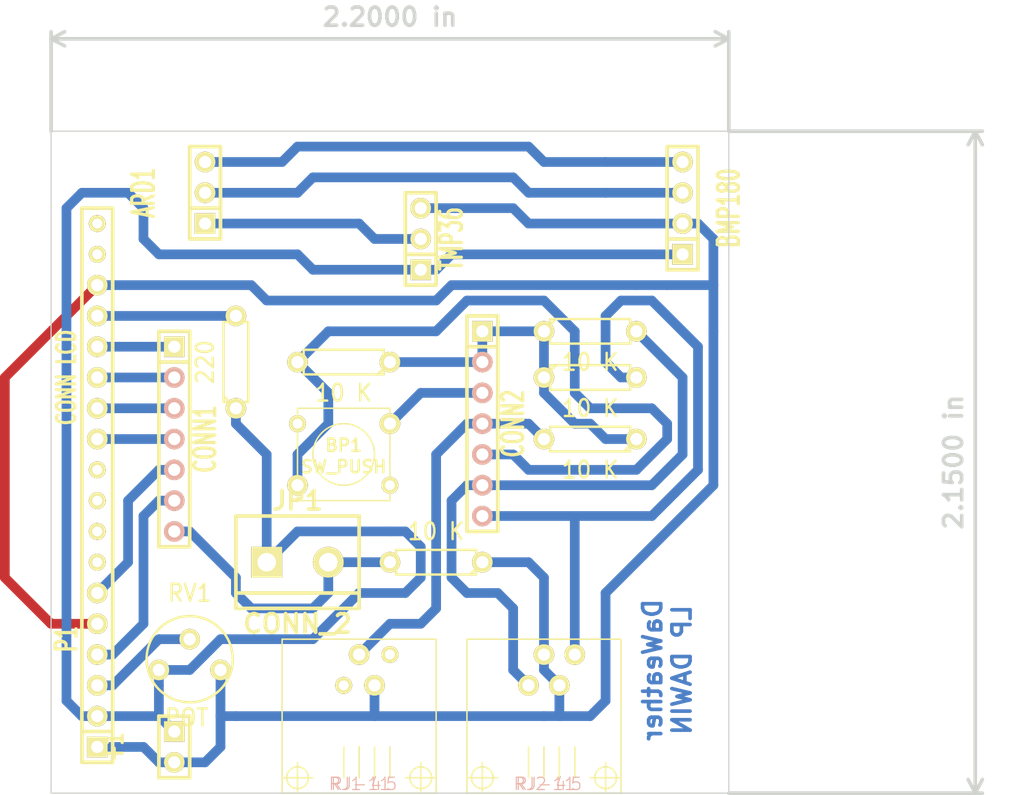
<source format=kicad_pcb>
(kicad_pcb (version 3) (host pcbnew "(2013-07-07 BZR 4022)-stable")

  (general
    (links 43)
    (no_connects 0)
    (area 73.609999 44.140001 157.859999 109.537501)
    (thickness 1.6)
    (drawings 7)
    (tracks 176)
    (zones 0)
    (modules 18)
    (nets 21)
  )

  (page A3)
  (layers
    (15 Dessus.Cu signal)
    (0 Dessous.Cu signal)
    (16 Dessous.Adhes user)
    (17 Dessus.Adhes user)
    (18 Dessous.Pate user)
    (19 Dessus.Pate user)
    (20 Dessous.SilkS user)
    (21 Dessus.SilkS user)
    (22 Dessous.Masque user)
    (23 Dessus.Masque user)
    (24 Dessin.User user)
    (25 Cmts.User user)
    (26 Eco1.User user)
    (27 Eco2.User user)
    (28 Contours.Ci user)
  )

  (setup
    (last_trace_width 0.8)
    (trace_clearance 0.254)
    (zone_clearance 0.508)
    (zone_45_only no)
    (trace_min 0.254)
    (segment_width 0.2)
    (edge_width 0.1)
    (via_size 0.889)
    (via_drill 0.635)
    (via_min_size 0.889)
    (via_min_drill 0.508)
    (uvia_size 0.508)
    (uvia_drill 0.127)
    (uvias_allowed no)
    (uvia_min_size 0.508)
    (uvia_min_drill 0.127)
    (pcb_text_width 0.3)
    (pcb_text_size 1.5 1.5)
    (mod_edge_width 0.15)
    (mod_text_size 1 1)
    (mod_text_width 0.15)
    (pad_size 1.7 1.7)
    (pad_drill 1)
    (pad_to_mask_clearance 0)
    (aux_axis_origin 0 0)
    (visible_elements 7FFFFFFF)
    (pcbplotparams
      (layerselection 3178497)
      (usegerberextensions true)
      (excludeedgelayer true)
      (linewidth 0.150000)
      (plotframeref false)
      (viasonmask false)
      (mode 1)
      (useauxorigin false)
      (hpglpennumber 1)
      (hpglpenspeed 20)
      (hpglpendiameter 15)
      (hpglpenoverlay 2)
      (psnegative false)
      (psa4output false)
      (plotreference true)
      (plotvalue true)
      (plotothertext true)
      (plotinvisibletext false)
      (padsonsilk false)
      (subtractmaskfromsilk false)
      (outputformat 1)
      (mirror false)
      (drillshape 1)
      (scaleselection 1)
      (outputdirectory ""))
  )

  (net 0 "")
  (net 1 N-000001)
  (net 2 N-0000010)
  (net 3 N-0000011)
  (net 4 N-0000012)
  (net 5 N-0000013)
  (net 6 N-0000015)
  (net 7 N-0000016)
  (net 8 N-0000017)
  (net 9 N-0000018)
  (net 10 N-0000019)
  (net 11 N-000002)
  (net 12 N-0000020)
  (net 13 N-0000021)
  (net 14 N-0000022)
  (net 15 N-0000027)
  (net 16 N-000003)
  (net 17 N-000004)
  (net 18 N-000005)
  (net 19 N-000006)
  (net 20 N-000009)

  (net_class Default "Ceci est la Netclass par défaut"
    (clearance 0.254)
    (trace_width 0.8)
    (via_dia 0.889)
    (via_drill 0.635)
    (uvia_dia 0.508)
    (uvia_drill 0.127)
    (add_net "")
    (add_net N-000001)
    (add_net N-0000010)
    (add_net N-0000011)
    (add_net N-0000012)
    (add_net N-0000013)
    (add_net N-0000015)
    (add_net N-0000016)
    (add_net N-0000017)
    (add_net N-0000018)
    (add_net N-0000019)
    (add_net N-000002)
    (add_net N-0000020)
    (add_net N-0000021)
    (add_net N-0000022)
    (add_net N-0000027)
    (add_net N-000003)
    (add_net N-000004)
    (add_net N-000005)
    (add_net N-000006)
    (add_net N-000009)
  )

  (module SW_PUSH_SMALL (layer Dessus.Cu) (tedit 54C9627A) (tstamp 54C90043)
    (at 97.79 81.28)
    (path /54C8C291)
    (fp_text reference BP1 (at 0 -0.762) (layer Dessus.SilkS)
      (effects (font (size 1.016 1.016) (thickness 0.2032)))
    )
    (fp_text value SW_PUSH (at 0 1.016) (layer Dessus.SilkS)
      (effects (font (size 1.016 1.016) (thickness 0.2032)))
    )
    (fp_circle (center 0 0) (end 0 -2.54) (layer Dessus.SilkS) (width 0.127))
    (fp_line (start -3.81 -3.81) (end 3.81 -3.81) (layer Dessus.SilkS) (width 0.127))
    (fp_line (start 3.81 -3.81) (end 3.81 3.81) (layer Dessus.SilkS) (width 0.127))
    (fp_line (start 3.81 3.81) (end -3.81 3.81) (layer Dessus.SilkS) (width 0.127))
    (fp_line (start -3.81 -3.81) (end -3.81 3.81) (layer Dessus.SilkS) (width 0.127))
    (pad 1 thru_hole circle (at 3.81 -2.54) (size 1.7 1.7) (drill 1)
      (layers *.Cu *.Mask Dessus.SilkS)
      (net 18 N-000005)
    )
    (pad 2 thru_hole circle (at 3.81 2.54) (size 1.397 1.397) (drill 0.8128)
      (layers *.Cu *.Mask Dessus.SilkS)
    )
    (pad 1 thru_hole circle (at -3.81 -2.54) (size 1.397 1.397) (drill 0.8128)
      (layers *.Cu *.Mask Dessus.SilkS)
    )
    (pad 2 thru_hole circle (at -3.81 2.54) (size 1.7 1.7) (drill 1)
      (layers *.Cu *.Mask Dessus.SilkS)
      (net 11 N-000002)
    )
  )

  (module SIL-7 (layer Dessus.Cu) (tedit 54C96456) (tstamp 54C90055)
    (at 109.22 78.74 270)
    (descr "Connecteur 7 pins")
    (tags "CONN DEV")
    (path /54C8DBB2)
    (fp_text reference CONN2 (at 0 -2.54 270) (layer Dessus.SilkS)
      (effects (font (size 1.72974 1.08712) (thickness 0.3048)))
    )
    (fp_text value CONN_7 (at 0 2.54 270) (layer Dessus.SilkS) hide
      (effects (font (size 1.524 1.016) (thickness 0.3048)))
    )
    (fp_line (start -8.89 -1.27) (end -8.89 -1.27) (layer Dessus.SilkS) (width 0.3048))
    (fp_line (start -8.89 -1.27) (end 8.89 -1.27) (layer Dessus.SilkS) (width 0.3048))
    (fp_line (start 8.89 -1.27) (end 8.89 1.27) (layer Dessus.SilkS) (width 0.3048))
    (fp_line (start 8.89 1.27) (end -8.89 1.27) (layer Dessus.SilkS) (width 0.3048))
    (fp_line (start -8.89 1.27) (end -8.89 -1.27) (layer Dessus.SilkS) (width 0.3048))
    (fp_line (start -6.35 1.27) (end -6.35 1.27) (layer Dessus.SilkS) (width 0.3048))
    (fp_line (start -6.35 1.27) (end -6.35 -1.27) (layer Dessus.SilkS) (width 0.3048))
    (pad 1 thru_hole rect (at -7.62 0 270) (size 1.7 1.7) (drill 1)
      (layers *.Cu *.Mask Dessus.SilkS)
      (net 10 N-0000019)
    )
    (pad 2 thru_hole circle (at -5.08 0 270) (size 1.7 1.7) (drill 1)
      (layers *.Cu *.SilkS *.Mask)
      (net 10 N-0000019)
    )
    (pad 3 thru_hole circle (at -2.54 0 270) (size 1.7 1.7) (drill 1)
      (layers *.Cu *.SilkS *.Mask)
      (net 18 N-000005)
    )
    (pad 4 thru_hole circle (at 0 0 270) (size 1.7 1.7) (drill 1)
      (layers *.Cu *.SilkS *.Mask)
      (net 17 N-000004)
    )
    (pad 5 thru_hole circle (at 2.54 0 270) (size 1.7 1.7) (drill 1)
      (layers *.Cu *.SilkS *.Mask)
      (net 11 N-000002)
    )
    (pad 6 thru_hole circle (at 5.08 0 270) (size 1.7 1.7) (drill 1)
      (layers *.Cu *.SilkS *.Mask)
      (net 1 N-000001)
    )
    (pad 7 thru_hole circle (at 7.62 0 270) (size 1.7 1.7) (drill 1)
      (layers *.Cu *.SilkS *.Mask)
      (net 16 N-000003)
    )
  )

  (module SIL-7 (layer Dessus.Cu) (tedit 54C962FA) (tstamp 54C90067)
    (at 83.82 80.01 270)
    (descr "Connecteur 7 pins")
    (tags "CONN DEV")
    (path /54C8D248)
    (fp_text reference CONN1 (at 0 -2.54 270) (layer Dessus.SilkS)
      (effects (font (size 1.72974 1.08712) (thickness 0.3048)))
    )
    (fp_text value CONN_7 (at 0 -2.54 270) (layer Dessus.SilkS) hide
      (effects (font (size 1.524 1.016) (thickness 0.3048)))
    )
    (fp_line (start -8.89 -1.27) (end -8.89 -1.27) (layer Dessus.SilkS) (width 0.3048))
    (fp_line (start -8.89 -1.27) (end 8.89 -1.27) (layer Dessus.SilkS) (width 0.3048))
    (fp_line (start 8.89 -1.27) (end 8.89 1.27) (layer Dessus.SilkS) (width 0.3048))
    (fp_line (start 8.89 1.27) (end -8.89 1.27) (layer Dessus.SilkS) (width 0.3048))
    (fp_line (start -8.89 1.27) (end -8.89 -1.27) (layer Dessus.SilkS) (width 0.3048))
    (fp_line (start -6.35 1.27) (end -6.35 1.27) (layer Dessus.SilkS) (width 0.3048))
    (fp_line (start -6.35 1.27) (end -6.35 -1.27) (layer Dessus.SilkS) (width 0.3048))
    (pad 1 thru_hole rect (at -7.62 0 270) (size 1.7 1.7) (drill 1)
      (layers *.Cu *.Mask Dessus.SilkS)
      (net 7 N-0000016)
    )
    (pad 2 thru_hole circle (at -5.08 0 270) (size 1.7 1.7) (drill 1)
      (layers *.Cu *.SilkS *.Mask)
      (net 8 N-0000017)
    )
    (pad 3 thru_hole circle (at -2.54 0 270) (size 1.7 1.7) (drill 1)
      (layers *.Cu *.SilkS *.Mask)
      (net 15 N-0000027)
    )
    (pad 4 thru_hole circle (at 0 0 270) (size 1.7 1.7) (drill 1)
      (layers *.Cu *.SilkS *.Mask)
      (net 9 N-0000018)
    )
    (pad 5 thru_hole circle (at 2.54 0 270) (size 1.7 1.7) (drill 1)
      (layers *.Cu *.SilkS *.Mask)
      (net 14 N-0000022)
    )
    (pad 6 thru_hole circle (at 5.08 0 270) (size 1.7 1.7) (drill 1)
      (layers *.Cu *.SilkS *.Mask)
      (net 4 N-0000012)
    )
    (pad 7 thru_hole circle (at 7.62 0 270) (size 1.7 1.7) (drill 1)
      (layers *.Cu *.SilkS *.Mask)
      (net 6 N-0000015)
    )
  )

  (module SIL-4 (layer Dessus.Cu) (tedit 54C961F0) (tstamp 54C90076)
    (at 125.73 60.96 90)
    (descr "Connecteur 4 pibs")
    (tags "CONN DEV")
    (path /54C8F200)
    (fp_text reference BMP180 (at 0 3.81 90) (layer Dessus.SilkS)
      (effects (font (size 1.73482 1.08712) (thickness 0.3048)))
    )
    (fp_text value CONN_4 (at 0 -2.54 90) (layer Dessus.SilkS) hide
      (effects (font (size 1.524 1.016) (thickness 0.3048)))
    )
    (fp_line (start -5.08 -1.27) (end -5.08 -1.27) (layer Dessus.SilkS) (width 0.3048))
    (fp_line (start -5.08 1.27) (end -5.08 -1.27) (layer Dessus.SilkS) (width 0.3048))
    (fp_line (start -5.08 -1.27) (end -5.08 -1.27) (layer Dessus.SilkS) (width 0.3048))
    (fp_line (start -5.08 -1.27) (end 5.08 -1.27) (layer Dessus.SilkS) (width 0.3048))
    (fp_line (start 5.08 -1.27) (end 5.08 1.27) (layer Dessus.SilkS) (width 0.3048))
    (fp_line (start 5.08 1.27) (end -5.08 1.27) (layer Dessus.SilkS) (width 0.3048))
    (fp_line (start -2.54 1.27) (end -2.54 -1.27) (layer Dessus.SilkS) (width 0.3048))
    (pad 1 thru_hole rect (at -3.81 0 90) (size 1.7 1.7) (drill 1)
      (layers *.Cu *.Mask Dessus.SilkS)
      (net 19 N-000006)
    )
    (pad 2 thru_hole circle (at -1.27 0 90) (size 1.7 1.7) (drill 1)
      (layers *.Cu *.Mask Dessus.SilkS)
      (net 13 N-0000021)
    )
    (pad 3 thru_hole circle (at 1.27 0 90) (size 1.7 1.7) (drill 1)
      (layers *.Cu *.Mask Dessus.SilkS)
      (net 2 N-0000010)
    )
    (pad 4 thru_hole circle (at 3.81 0 90) (size 1.7 1.7) (drill 1)
      (layers *.Cu *.Mask Dessus.SilkS)
      (net 3 N-0000011)
    )
  )

  (module SIL-3 (layer Dessus.Cu) (tedit 54C96230) (tstamp 54C90082)
    (at 86.36 59.69 90)
    (descr "Connecteur 3 pins")
    (tags "CONN DEV")
    (path /54C8EE3C)
    (fp_text reference ARD1 (at 0 -5.08 90) (layer Dessus.SilkS)
      (effects (font (size 1.7907 1.07696) (thickness 0.3048)))
    )
    (fp_text value CONN_3 (at 0 -2.54 90) (layer Dessus.SilkS) hide
      (effects (font (size 1.524 1.016) (thickness 0.3048)))
    )
    (fp_line (start -3.81 1.27) (end -3.81 -1.27) (layer Dessus.SilkS) (width 0.3048))
    (fp_line (start -3.81 -1.27) (end 3.81 -1.27) (layer Dessus.SilkS) (width 0.3048))
    (fp_line (start 3.81 -1.27) (end 3.81 1.27) (layer Dessus.SilkS) (width 0.3048))
    (fp_line (start 3.81 1.27) (end -3.81 1.27) (layer Dessus.SilkS) (width 0.3048))
    (fp_line (start -1.27 -1.27) (end -1.27 1.27) (layer Dessus.SilkS) (width 0.3048))
    (pad 1 thru_hole rect (at -2.54 0 90) (size 1.7 1.7) (drill 1)
      (layers *.Cu *.Mask Dessus.SilkS)
      (net 20 N-000009)
    )
    (pad 2 thru_hole circle (at 0 0 90) (size 1.7 1.7) (drill 1)
      (layers *.Cu *.Mask Dessus.SilkS)
      (net 2 N-0000010)
    )
    (pad 3 thru_hole circle (at 2.54 0 90) (size 1.7 1.7) (drill 1)
      (layers *.Cu *.Mask Dessus.SilkS)
      (net 3 N-0000011)
    )
  )

  (module SIL-3 (layer Dessus.Cu) (tedit 54C96211) (tstamp 54C94F19)
    (at 104.14 63.5 90)
    (descr "Connecteur 3 pins")
    (tags "CONN DEV")
    (path /54C8ECC3)
    (fp_text reference TMP36 (at 0 2.54 90) (layer Dessus.SilkS)
      (effects (font (size 1.7907 1.07696) (thickness 0.3048)))
    )
    (fp_text value CONN_3 (at 0 -2.54 90) (layer Dessus.SilkS) hide
      (effects (font (size 1.524 1.016) (thickness 0.3048)))
    )
    (fp_line (start -3.81 1.27) (end -3.81 -1.27) (layer Dessus.SilkS) (width 0.3048))
    (fp_line (start -3.81 -1.27) (end 3.81 -1.27) (layer Dessus.SilkS) (width 0.3048))
    (fp_line (start 3.81 -1.27) (end 3.81 1.27) (layer Dessus.SilkS) (width 0.3048))
    (fp_line (start 3.81 1.27) (end -3.81 1.27) (layer Dessus.SilkS) (width 0.3048))
    (fp_line (start -1.27 -1.27) (end -1.27 1.27) (layer Dessus.SilkS) (width 0.3048))
    (pad 1 thru_hole rect (at -2.54 0 90) (size 1.7 1.7) (drill 1)
      (layers *.Cu *.Mask Dessus.SilkS)
      (net 19 N-000006)
    )
    (pad 2 thru_hole circle (at 0 0 90) (size 1.7 1.7) (drill 1)
      (layers *.Cu *.Mask Dessus.SilkS)
      (net 20 N-000009)
    )
    (pad 3 thru_hole circle (at 2.54 0 90) (size 1.7 1.7) (drill 1)
      (layers *.Cu *.Mask Dessus.SilkS)
      (net 13 N-0000021)
    )
  )

  (module SIL-2 (layer Dessus.Cu) (tedit 54C963B1) (tstamp 54C90098)
    (at 83.82 105.41 270)
    (descr "Connecteurs 2 pins")
    (tags "CONN DEV")
    (path /54C8D258)
    (fp_text reference +1 (at 0 5.08 270) (layer Dessus.SilkS)
      (effects (font (size 1.72974 1.08712) (thickness 0.3048)))
    )
    (fp_text value CONN_2 (at 0 -2.54 270) (layer Dessus.SilkS) hide
      (effects (font (size 1.524 1.016) (thickness 0.3048)))
    )
    (fp_line (start -2.54 1.27) (end -2.54 -1.27) (layer Dessus.SilkS) (width 0.3048))
    (fp_line (start -2.54 -1.27) (end 2.54 -1.27) (layer Dessus.SilkS) (width 0.3048))
    (fp_line (start 2.54 -1.27) (end 2.54 1.27) (layer Dessus.SilkS) (width 0.3048))
    (fp_line (start 2.54 1.27) (end -2.54 1.27) (layer Dessus.SilkS) (width 0.3048))
    (pad 1 thru_hole rect (at -1.27 0 270) (size 1.7 1.7) (drill 1)
      (layers *.Cu *.Mask Dessus.SilkS)
      (net 19 N-000006)
    )
    (pad 2 thru_hole circle (at 1.27 0 270) (size 1.7 1.7) (drill 1)
      (layers *.Cu *.Mask Dessus.SilkS)
      (net 13 N-0000021)
    )
  )

  (module SIL-18 (layer Dessus.Cu) (tedit 54C96333) (tstamp 54C94F35)
    (at 77.47 83.82 90)
    (descr "Connecteur 18 pins")
    (tags "CONN DEV")
    (path /54C8CFEE)
    (fp_text reference P1 (at -12.7 -2.54 90) (layer Dessus.SilkS)
      (effects (font (size 1.72974 1.08712) (thickness 0.3048)))
    )
    (fp_text value "CONN LCD" (at 8.89 -2.54 90) (layer Dessus.SilkS)
      (effects (font (size 1.524 1.016) (thickness 0.3048)))
    )
    (fp_line (start -22.86 -1.27) (end 22.86 -1.27) (layer Dessus.SilkS) (width 0.3048))
    (fp_line (start 22.86 -1.27) (end 22.86 1.27) (layer Dessus.SilkS) (width 0.3048))
    (fp_line (start 22.86 1.27) (end -22.86 1.27) (layer Dessus.SilkS) (width 0.3048))
    (fp_line (start -22.86 1.27) (end -22.86 -1.27) (layer Dessus.SilkS) (width 0.3048))
    (fp_line (start -20.32 -1.27) (end -20.32 1.27) (layer Dessus.SilkS) (width 0.3048))
    (pad 1 thru_hole rect (at -21.59 0 90) (size 1.7 1.7) (drill 1)
      (layers *.Cu *.Mask Dessus.SilkS)
      (net 13 N-0000021)
    )
    (pad 2 thru_hole circle (at -19.05 0 90) (size 1.7 1.7) (drill 1)
      (layers *.Cu *.Mask Dessus.SilkS)
      (net 19 N-000006)
    )
    (pad 3 thru_hole circle (at -16.51 0 90) (size 1.7 1.7) (drill 1)
      (layers *.Cu *.Mask Dessus.SilkS)
      (net 12 N-0000020)
    )
    (pad 4 thru_hole circle (at -13.97 0 90) (size 1.7 1.7) (drill 1)
      (layers *.Cu *.Mask Dessus.SilkS)
      (net 4 N-0000012)
    )
    (pad 5 thru_hole circle (at -11.43 0 90) (size 1.7 1.7) (drill 1)
      (layers *.Cu *.Mask Dessus.SilkS)
      (net 13 N-0000021)
    )
    (pad 6 thru_hole circle (at -8.89 0 90) (size 1.7 1.7) (drill 1)
      (layers *.Cu *.Mask Dessus.SilkS)
      (net 14 N-0000022)
    )
    (pad 7 thru_hole circle (at -6.35 0 90) (size 1.397 1.397) (drill 0.8128)
      (layers *.Cu *.Mask Dessus.SilkS)
    )
    (pad 8 thru_hole circle (at -3.81 0 90) (size 1.397 1.397) (drill 0.8128)
      (layers *.Cu *.Mask Dessus.SilkS)
    )
    (pad 9 thru_hole circle (at -1.27 0 90) (size 1.397 1.397) (drill 0.8128)
      (layers *.Cu *.Mask Dessus.SilkS)
    )
    (pad 10 thru_hole circle (at 1.27 0 90) (size 1.397 1.397) (drill 0.8128)
      (layers *.Cu *.Mask Dessus.SilkS)
    )
    (pad 11 thru_hole circle (at 3.81 0 90) (size 1.7 1.7) (drill 1)
      (layers *.Cu *.Mask Dessus.SilkS)
      (net 9 N-0000018)
    )
    (pad 12 thru_hole circle (at 6.35 0 90) (size 1.7 1.7) (drill 1)
      (layers *.Cu *.Mask Dessus.SilkS)
      (net 15 N-0000027)
    )
    (pad 13 thru_hole circle (at 8.89 0 90) (size 1.7 1.7) (drill 1)
      (layers *.Cu *.Mask Dessus.SilkS)
      (net 8 N-0000017)
    )
    (pad 14 thru_hole circle (at 11.43 0 90) (size 1.7 1.7) (drill 1)
      (layers *.Cu *.Mask Dessus.SilkS)
      (net 7 N-0000016)
    )
    (pad 15 thru_hole circle (at 13.97 0 90) (size 1.7 1.7) (drill 1)
      (layers *.Cu *.Mask Dessus.SilkS)
      (net 5 N-0000013)
    )
    (pad 16 thru_hole circle (at 16.51 0 90) (size 1.7 1.7) (drill 1)
      (layers *.Cu *.Mask Dessus.SilkS)
      (net 13 N-0000021)
    )
    (pad 17 thru_hole circle (at 19.05 0 90) (size 1.397 1.397) (drill 0.8128)
      (layers *.Cu *.Mask Dessus.SilkS)
    )
    (pad 18 thru_hole circle (at 21.59 0 90) (size 1.397 1.397) (drill 0.8128)
      (layers *.Cu *.Mask Dessus.SilkS)
    )
  )

  (module scenix4-RJ-11 (layer Dessus.Cu) (tedit 54C963C7) (tstamp 54C900CB)
    (at 99.06 101.6 180)
    (path /54C8FB85)
    (attr virtual)
    (fp_text reference RJ1 (at 1.143 -6.858 180) (layer Dessous.SilkS)
      (effects (font (size 1.016 1.016) (thickness 0.0889)))
    )
    (fp_text value RJ-11 (at -0.127 -6.858 180) (layer Dessous.SilkS)
      (effects (font (size 1.016 1.016) (thickness 0.0889)))
    )
    (fp_line (start -2.54 -6.35) (end -2.54 -3.81) (layer Dessus.SilkS) (width 0.127))
    (fp_line (start -1.27 -6.35) (end -1.27 -3.81) (layer Dessus.SilkS) (width 0.127))
    (fp_line (start 0 -6.35) (end 0 -3.81) (layer Dessus.SilkS) (width 0.127))
    (fp_line (start 1.27 -6.35) (end 1.27 -3.81) (layer Dessus.SilkS) (width 0.127))
    (fp_line (start -6.35 -7.62) (end 6.35 -7.62) (layer Dessus.SilkS) (width 0.127))
    (fp_line (start 6.35 -7.62) (end 6.35 5.08) (layer Dessus.SilkS) (width 0.127))
    (fp_line (start 6.35 5.08) (end -6.35 5.08) (layer Dessus.SilkS) (width 0.127))
    (fp_line (start -6.35 5.08) (end -6.35 -7.62) (layer Dessus.SilkS) (width 0.127))
    (fp_circle (center -5.08 -6.35) (end -5.715 -6.985) (layer Dessus.SilkS) (width 0.127))
    (fp_line (start -6.35 -6.35) (end -3.81 -6.35) (layer Dessus.SilkS) (width 0.127))
    (fp_line (start -5.08 -5.08) (end -5.08 -7.62) (layer Dessus.SilkS) (width 0.127))
    (fp_circle (center 5.08 -6.35) (end 5.715 -6.985) (layer Dessus.SilkS) (width 0.127))
    (fp_line (start 3.81 -6.35) (end 6.35 -6.35) (layer Dessus.SilkS) (width 0.127))
    (fp_line (start 5.08 -5.08) (end 5.08 -7.62) (layer Dessus.SilkS) (width 0.127))
    (fp_text user 4 (at -1.397 -6.858 180) (layer Dessous.SilkS)
      (effects (font (size 1.016 1.016) (thickness 0.0889)))
    )
    (fp_text user 5 (at -2.667 -6.858 180) (layer Dessous.SilkS)
      (effects (font (size 1.016 1.016) (thickness 0.0889)))
    )
    (pad 2 thru_hole circle (at 1.27 1.27 180) (size 1.397 1.397) (drill 0.8128)
      (layers *.Cu Dessus.Pate Dessus.SilkS Dessus.Masque)
    )
    (pad 3 thru_hole circle (at 0 3.81 180) (size 1.7 1.7) (drill 1)
      (layers *.Cu Dessus.Pate Dessus.SilkS Dessus.Masque)
      (net 17 N-000004)
    )
    (pad 4 thru_hole circle (at -1.27 1.27 180) (size 1.7 1.7) (drill 1)
      (layers *.Cu Dessus.Pate Dessus.SilkS Dessus.Masque)
      (net 13 N-0000021)
    )
    (pad 5 thru_hole circle (at -2.54 3.81 180) (size 1.397 1.397) (drill 0.8128)
      (layers *.Cu Dessus.Pate Dessus.SilkS Dessus.Masque)
    )
  )

  (module scenix4-RJ-11 (layer Dessus.Cu) (tedit 54C96401) (tstamp 54C900E3)
    (at 114.3 101.6 180)
    (path /54C8C2DD)
    (attr virtual)
    (fp_text reference RJ2 (at 1.143 -6.858 180) (layer Dessous.SilkS)
      (effects (font (size 1.016 1.016) (thickness 0.0889)))
    )
    (fp_text value RJ-11 (at -0.127 -6.858 180) (layer Dessous.SilkS)
      (effects (font (size 1.016 1.016) (thickness 0.0889)))
    )
    (fp_line (start -2.54 -6.35) (end -2.54 -3.81) (layer Dessus.SilkS) (width 0.127))
    (fp_line (start -1.27 -6.35) (end -1.27 -3.81) (layer Dessus.SilkS) (width 0.127))
    (fp_line (start 0 -6.35) (end 0 -3.81) (layer Dessus.SilkS) (width 0.127))
    (fp_line (start 1.27 -6.35) (end 1.27 -3.81) (layer Dessus.SilkS) (width 0.127))
    (fp_line (start -6.35 -7.62) (end 6.35 -7.62) (layer Dessus.SilkS) (width 0.127))
    (fp_line (start 6.35 -7.62) (end 6.35 5.08) (layer Dessus.SilkS) (width 0.127))
    (fp_line (start 6.35 5.08) (end -6.35 5.08) (layer Dessus.SilkS) (width 0.127))
    (fp_line (start -6.35 5.08) (end -6.35 -7.62) (layer Dessus.SilkS) (width 0.127))
    (fp_circle (center -5.08 -6.35) (end -5.715 -6.985) (layer Dessus.SilkS) (width 0.127))
    (fp_line (start -6.35 -6.35) (end -3.81 -6.35) (layer Dessus.SilkS) (width 0.127))
    (fp_line (start -5.08 -5.08) (end -5.08 -7.62) (layer Dessus.SilkS) (width 0.127))
    (fp_circle (center 5.08 -6.35) (end 5.715 -6.985) (layer Dessus.SilkS) (width 0.127))
    (fp_line (start 3.81 -6.35) (end 6.35 -6.35) (layer Dessus.SilkS) (width 0.127))
    (fp_line (start 5.08 -5.08) (end 5.08 -7.62) (layer Dessus.SilkS) (width 0.127))
    (fp_text user 4 (at -1.397 -6.858 180) (layer Dessous.SilkS)
      (effects (font (size 1.016 1.016) (thickness 0.0889)))
    )
    (fp_text user 5 (at -2.667 -6.858 180) (layer Dessous.SilkS)
      (effects (font (size 1.016 1.016) (thickness 0.0889)))
    )
    (pad 2 thru_hole circle (at 1.27 1.27 180) (size 1.7 1.7) (drill 1)
      (layers *.Cu Dessus.Pate Dessus.SilkS Dessus.Masque)
      (net 1 N-000001)
    )
    (pad 3 thru_hole circle (at 0 3.81 180) (size 1.7 1.7) (drill 1)
      (layers *.Cu Dessus.Pate Dessus.SilkS Dessus.Masque)
      (net 13 N-0000021)
    )
    (pad 4 thru_hole circle (at -1.27 1.27 180) (size 1.7 1.7) (drill 1)
      (layers *.Cu Dessus.Pate Dessus.SilkS Dessus.Masque)
      (net 13 N-0000021)
    )
    (pad 5 thru_hole circle (at -2.54 3.81 180) (size 1.7 1.7) (drill 1)
      (layers *.Cu Dessus.Pate Dessus.SilkS Dessus.Masque)
      (net 16 N-000003)
    )
  )

  (module RV2 (layer Dessus.Cu) (tedit 54C96351) (tstamp 54C900EB)
    (at 85.09 97.79)
    (descr "Resistance variable / potentiometre")
    (tags R)
    (path /54C8F4AF)
    (autoplace_cost90 10)
    (autoplace_cost180 10)
    (fp_text reference RV1 (at 0 -5.08) (layer Dessus.SilkS)
      (effects (font (size 1.397 1.27) (thickness 0.2032)))
    )
    (fp_text value POT (at -0.254 5.207) (layer Dessus.SilkS)
      (effects (font (size 1.397 1.27) (thickness 0.2032)))
    )
    (fp_circle (center 0 0.381) (end 0 -3.175) (layer Dessus.SilkS) (width 0.2032))
    (pad 1 thru_hole circle (at -2.54 1.27) (size 1.7 1.7) (drill 1)
      (layers *.Cu *.Mask Dessus.SilkS)
      (net 19 N-000006)
    )
    (pad 2 thru_hole circle (at 0 -1.27) (size 1.7 1.7) (drill 1)
      (layers *.Cu *.Mask Dessus.SilkS)
      (net 12 N-0000020)
    )
    (pad 3 thru_hole circle (at 2.54 1.27) (size 1.7 1.7) (drill 1)
      (layers *.Cu *.Mask Dessus.SilkS)
      (net 13 N-0000021)
    )
    (model discret/adjustable_rx2.wrl
      (at (xyz 0 0 0))
      (scale (xyz 1 1 1))
      (rotate (xyz 0 0 0))
    )
  )

  (module R3 (layer Dessus.Cu) (tedit 54C96248) (tstamp 54C900F9)
    (at 88.9 73.66 90)
    (descr "Resitance 3 pas")
    (tags R)
    (path /54C8D0E6)
    (autoplace_cost180 10)
    (fp_text reference R6 (at 0 0.127 90) (layer Dessus.SilkS) hide
      (effects (font (size 1.397 1.27) (thickness 0.2032)))
    )
    (fp_text value 220 (at 0 -2.54 90) (layer Dessus.SilkS)
      (effects (font (size 1.397 1.27) (thickness 0.2032)))
    )
    (fp_line (start -3.81 0) (end -3.302 0) (layer Dessus.SilkS) (width 0.2032))
    (fp_line (start 3.81 0) (end 3.302 0) (layer Dessus.SilkS) (width 0.2032))
    (fp_line (start 3.302 0) (end 3.302 -1.016) (layer Dessus.SilkS) (width 0.2032))
    (fp_line (start 3.302 -1.016) (end -3.302 -1.016) (layer Dessus.SilkS) (width 0.2032))
    (fp_line (start -3.302 -1.016) (end -3.302 1.016) (layer Dessus.SilkS) (width 0.2032))
    (fp_line (start -3.302 1.016) (end 3.302 1.016) (layer Dessus.SilkS) (width 0.2032))
    (fp_line (start 3.302 1.016) (end 3.302 0) (layer Dessus.SilkS) (width 0.2032))
    (fp_line (start -3.302 -0.508) (end -2.794 -1.016) (layer Dessus.SilkS) (width 0.2032))
    (pad 1 thru_hole circle (at -3.81 0 90) (size 1.7 1.7) (drill 1)
      (layers *.Cu *.Mask Dessus.SilkS)
      (net 19 N-000006)
    )
    (pad 2 thru_hole circle (at 3.81 0 90) (size 1.7 1.7) (drill 1)
      (layers *.Cu *.Mask Dessus.SilkS)
      (net 5 N-0000013)
    )
    (model discret/resistor.wrl
      (at (xyz 0 0 0))
      (scale (xyz 0.3 0.3 0.3))
      (rotate (xyz 0 0 0))
    )
  )

  (module R3 (layer Dessus.Cu) (tedit 54C963D6) (tstamp 54C90107)
    (at 105.41 90.17 180)
    (descr "Resitance 3 pas")
    (tags R)
    (path /54C8D08F)
    (autoplace_cost180 10)
    (fp_text reference R5 (at 0 0.127 180) (layer Dessus.SilkS) hide
      (effects (font (size 1.397 1.27) (thickness 0.2032)))
    )
    (fp_text value "10 K" (at 0 2.54 180) (layer Dessus.SilkS)
      (effects (font (size 1.397 1.27) (thickness 0.2032)))
    )
    (fp_line (start -3.81 0) (end -3.302 0) (layer Dessus.SilkS) (width 0.2032))
    (fp_line (start 3.81 0) (end 3.302 0) (layer Dessus.SilkS) (width 0.2032))
    (fp_line (start 3.302 0) (end 3.302 -1.016) (layer Dessus.SilkS) (width 0.2032))
    (fp_line (start 3.302 -1.016) (end -3.302 -1.016) (layer Dessus.SilkS) (width 0.2032))
    (fp_line (start -3.302 -1.016) (end -3.302 1.016) (layer Dessus.SilkS) (width 0.2032))
    (fp_line (start -3.302 1.016) (end 3.302 1.016) (layer Dessus.SilkS) (width 0.2032))
    (fp_line (start 3.302 1.016) (end 3.302 0) (layer Dessus.SilkS) (width 0.2032))
    (fp_line (start -3.302 -0.508) (end -2.794 -1.016) (layer Dessus.SilkS) (width 0.2032))
    (pad 1 thru_hole circle (at -3.81 0 180) (size 1.7 1.7) (drill 1)
      (layers *.Cu *.Mask Dessus.SilkS)
      (net 13 N-0000021)
    )
    (pad 2 thru_hole circle (at 3.81 0 180) (size 1.7 1.7) (drill 1)
      (layers *.Cu *.Mask Dessus.SilkS)
      (net 6 N-0000015)
    )
    (model discret/resistor.wrl
      (at (xyz 0 0 0))
      (scale (xyz 0.3 0.3 0.3))
      (rotate (xyz 0 0 0))
    )
  )

  (module R3 (layer Dessus.Cu) (tedit 54C9648A) (tstamp 54C90115)
    (at 118.11 74.93)
    (descr "Resitance 3 pas")
    (tags R)
    (path /54C8B44B)
    (autoplace_cost180 10)
    (fp_text reference R4 (at 0 0.127) (layer Dessus.SilkS) hide
      (effects (font (size 1.397 1.27) (thickness 0.2032)))
    )
    (fp_text value "10 K" (at 0 2.54) (layer Dessus.SilkS)
      (effects (font (size 1.397 1.27) (thickness 0.2032)))
    )
    (fp_line (start -3.81 0) (end -3.302 0) (layer Dessus.SilkS) (width 0.2032))
    (fp_line (start 3.81 0) (end 3.302 0) (layer Dessus.SilkS) (width 0.2032))
    (fp_line (start 3.302 0) (end 3.302 -1.016) (layer Dessus.SilkS) (width 0.2032))
    (fp_line (start 3.302 -1.016) (end -3.302 -1.016) (layer Dessus.SilkS) (width 0.2032))
    (fp_line (start -3.302 -1.016) (end -3.302 1.016) (layer Dessus.SilkS) (width 0.2032))
    (fp_line (start -3.302 1.016) (end 3.302 1.016) (layer Dessus.SilkS) (width 0.2032))
    (fp_line (start 3.302 1.016) (end 3.302 0) (layer Dessus.SilkS) (width 0.2032))
    (fp_line (start -3.302 -0.508) (end -2.794 -1.016) (layer Dessus.SilkS) (width 0.2032))
    (pad 1 thru_hole circle (at -3.81 0) (size 1.7 1.7) (drill 1)
      (layers *.Cu *.Mask Dessus.SilkS)
      (net 10 N-0000019)
    )
    (pad 2 thru_hole circle (at 3.81 0) (size 1.7 1.7) (drill 1)
      (layers *.Cu *.Mask Dessus.SilkS)
      (net 16 N-000003)
    )
    (model discret/resistor.wrl
      (at (xyz 0 0 0))
      (scale (xyz 0.3 0.3 0.3))
      (rotate (xyz 0 0 0))
    )
  )

  (module R3 (layer Dessus.Cu) (tedit 54C96482) (tstamp 54C90123)
    (at 118.11 71.12)
    (descr "Resitance 3 pas")
    (tags R)
    (path /54C8B43C)
    (autoplace_cost180 10)
    (fp_text reference R3 (at 0 0.127) (layer Dessus.SilkS) hide
      (effects (font (size 1.397 1.27) (thickness 0.2032)))
    )
    (fp_text value "10 K" (at 0 2.54) (layer Dessus.SilkS)
      (effects (font (size 1.397 1.27) (thickness 0.2032)))
    )
    (fp_line (start -3.81 0) (end -3.302 0) (layer Dessus.SilkS) (width 0.2032))
    (fp_line (start 3.81 0) (end 3.302 0) (layer Dessus.SilkS) (width 0.2032))
    (fp_line (start 3.302 0) (end 3.302 -1.016) (layer Dessus.SilkS) (width 0.2032))
    (fp_line (start 3.302 -1.016) (end -3.302 -1.016) (layer Dessus.SilkS) (width 0.2032))
    (fp_line (start -3.302 -1.016) (end -3.302 1.016) (layer Dessus.SilkS) (width 0.2032))
    (fp_line (start -3.302 1.016) (end 3.302 1.016) (layer Dessus.SilkS) (width 0.2032))
    (fp_line (start 3.302 1.016) (end 3.302 0) (layer Dessus.SilkS) (width 0.2032))
    (fp_line (start -3.302 -0.508) (end -2.794 -1.016) (layer Dessus.SilkS) (width 0.2032))
    (pad 1 thru_hole circle (at -3.81 0) (size 1.7 1.7) (drill 1)
      (layers *.Cu *.Mask Dessus.SilkS)
      (net 10 N-0000019)
    )
    (pad 2 thru_hole circle (at 3.81 0) (size 1.7 1.7) (drill 1)
      (layers *.Cu *.Mask Dessus.SilkS)
      (net 1 N-000001)
    )
    (model discret/resistor.wrl
      (at (xyz 0 0 0))
      (scale (xyz 0.3 0.3 0.3))
      (rotate (xyz 0 0 0))
    )
  )

  (module R3 (layer Dessus.Cu) (tedit 54C96463) (tstamp 54C90131)
    (at 118.11 80.01 180)
    (descr "Resitance 3 pas")
    (tags R)
    (path /54C8B42D)
    (autoplace_cost180 10)
    (fp_text reference R2 (at 0 0.127 180) (layer Dessus.SilkS) hide
      (effects (font (size 1.397 1.27) (thickness 0.2032)))
    )
    (fp_text value "10 K" (at 0 -2.54 180) (layer Dessus.SilkS)
      (effects (font (size 1.397 1.27) (thickness 0.2032)))
    )
    (fp_line (start -3.81 0) (end -3.302 0) (layer Dessus.SilkS) (width 0.2032))
    (fp_line (start 3.81 0) (end 3.302 0) (layer Dessus.SilkS) (width 0.2032))
    (fp_line (start 3.302 0) (end 3.302 -1.016) (layer Dessus.SilkS) (width 0.2032))
    (fp_line (start 3.302 -1.016) (end -3.302 -1.016) (layer Dessus.SilkS) (width 0.2032))
    (fp_line (start -3.302 -1.016) (end -3.302 1.016) (layer Dessus.SilkS) (width 0.2032))
    (fp_line (start -3.302 1.016) (end 3.302 1.016) (layer Dessus.SilkS) (width 0.2032))
    (fp_line (start 3.302 1.016) (end 3.302 0) (layer Dessus.SilkS) (width 0.2032))
    (fp_line (start -3.302 -0.508) (end -2.794 -1.016) (layer Dessus.SilkS) (width 0.2032))
    (pad 1 thru_hole circle (at -3.81 0 180) (size 1.7 1.7) (drill 1)
      (layers *.Cu *.Mask Dessus.SilkS)
      (net 10 N-0000019)
    )
    (pad 2 thru_hole circle (at 3.81 0 180) (size 1.7 1.7) (drill 1)
      (layers *.Cu *.Mask Dessus.SilkS)
      (net 17 N-000004)
    )
    (model discret/resistor.wrl
      (at (xyz 0 0 0))
      (scale (xyz 0.3 0.3 0.3))
      (rotate (xyz 0 0 0))
    )
  )

  (module R3 (layer Dessus.Cu) (tedit 54C9625C) (tstamp 54C9013F)
    (at 97.79 73.66 180)
    (descr "Resitance 3 pas")
    (tags R)
    (path /54C8B41E)
    (autoplace_cost180 10)
    (fp_text reference R1 (at 0 0.127 180) (layer Dessus.SilkS) hide
      (effects (font (size 1.397 1.27) (thickness 0.2032)))
    )
    (fp_text value "10 K" (at 0 -2.54 180) (layer Dessus.SilkS)
      (effects (font (size 1.397 1.27) (thickness 0.2032)))
    )
    (fp_line (start -3.81 0) (end -3.302 0) (layer Dessus.SilkS) (width 0.2032))
    (fp_line (start 3.81 0) (end 3.302 0) (layer Dessus.SilkS) (width 0.2032))
    (fp_line (start 3.302 0) (end 3.302 -1.016) (layer Dessus.SilkS) (width 0.2032))
    (fp_line (start 3.302 -1.016) (end -3.302 -1.016) (layer Dessus.SilkS) (width 0.2032))
    (fp_line (start -3.302 -1.016) (end -3.302 1.016) (layer Dessus.SilkS) (width 0.2032))
    (fp_line (start -3.302 1.016) (end 3.302 1.016) (layer Dessus.SilkS) (width 0.2032))
    (fp_line (start 3.302 1.016) (end 3.302 0) (layer Dessus.SilkS) (width 0.2032))
    (fp_line (start -3.302 -0.508) (end -2.794 -1.016) (layer Dessus.SilkS) (width 0.2032))
    (pad 1 thru_hole circle (at -3.81 0 180) (size 1.7 1.7) (drill 1)
      (layers *.Cu *.Mask Dessus.SilkS)
      (net 10 N-0000019)
    )
    (pad 2 thru_hole circle (at 3.81 0 180) (size 1.7 1.7) (drill 1)
      (layers *.Cu *.Mask Dessus.SilkS)
      (net 11 N-000002)
    )
    (model discret/resistor.wrl
      (at (xyz 0 0 0))
      (scale (xyz 0.3 0.3 0.3))
      (rotate (xyz 0 0 0))
    )
  )

  (module bornier2 (layer Dessus.Cu) (tedit 3EC0ED69) (tstamp 54CA4416)
    (at 93.98 90.17)
    (descr "Bornier d'alimentation 2 pins")
    (tags DEV)
    (path /54C8F7A8)
    (fp_text reference JP1 (at 0 -5.08) (layer Dessus.SilkS)
      (effects (font (size 1.524 1.524) (thickness 0.3048)))
    )
    (fp_text value CONN_2 (at 0 5.08) (layer Dessus.SilkS)
      (effects (font (size 1.524 1.524) (thickness 0.3048)))
    )
    (fp_line (start 5.08 2.54) (end -5.08 2.54) (layer Dessus.SilkS) (width 0.3048))
    (fp_line (start 5.08 3.81) (end 5.08 -3.81) (layer Dessus.SilkS) (width 0.3048))
    (fp_line (start 5.08 -3.81) (end -5.08 -3.81) (layer Dessus.SilkS) (width 0.3048))
    (fp_line (start -5.08 -3.81) (end -5.08 3.81) (layer Dessus.SilkS) (width 0.3048))
    (fp_line (start -5.08 3.81) (end 5.08 3.81) (layer Dessus.SilkS) (width 0.3048))
    (pad 1 thru_hole rect (at -2.54 0) (size 2.54 2.54) (drill 1.524)
      (layers *.Cu *.Mask Dessus.SilkS)
      (net 19 N-000006)
    )
    (pad 2 thru_hole circle (at 2.54 0) (size 2.54 2.54) (drill 1.524)
      (layers *.Cu *.Mask Dessus.SilkS)
      (net 6 N-0000015)
    )
    (model device/bornier_2.wrl
      (at (xyz 0 0 0))
      (scale (xyz 1 1 1))
      (rotate (xyz 0 0 0))
    )
  )

  (gr_text "DaWeather\nLP DAWIN\n" (at 124.46 99.06 90) (layer Dessous.Cu)
    (effects (font (size 1.5 1.5) (thickness 0.3)) (justify mirror))
  )
  (dimension 55.88 (width 0.3) (layer Contours.Ci)
    (gr_text "55,880 mm" (at 101.6 45.640001) (layer Contours.Ci)
      (effects (font (size 1.5 1.5) (thickness 0.3)))
    )
    (feature1 (pts (xy 129.54 54.61) (xy 129.54 44.290001)))
    (feature2 (pts (xy 73.66 54.61) (xy 73.66 44.290001)))
    (crossbar (pts (xy 73.66 46.990001) (xy 129.54 46.990001)))
    (arrow1a (pts (xy 129.54 46.990001) (xy 128.413497 47.576421)))
    (arrow1b (pts (xy 129.54 46.990001) (xy 128.413497 46.403581)))
    (arrow2a (pts (xy 73.66 46.990001) (xy 74.786503 47.576421)))
    (arrow2b (pts (xy 73.66 46.990001) (xy 74.786503 46.403581)))
  )
  (dimension 54.61 (width 0.3) (layer Contours.Ci)
    (gr_text "54,610 mm" (at 151.209999 81.915001 270) (layer Contours.Ci)
      (effects (font (size 1.5 1.5) (thickness 0.3)))
    )
    (feature1 (pts (xy 129.54 109.22) (xy 152.559999 109.220001)))
    (feature2 (pts (xy 129.54 54.61) (xy 152.559999 54.610001)))
    (crossbar (pts (xy 149.859999 54.610001) (xy 149.859999 109.220001)))
    (arrow1a (pts (xy 149.859999 109.220001) (xy 149.273579 108.093498)))
    (arrow1b (pts (xy 149.859999 109.220001) (xy 150.446419 108.093498)))
    (arrow2a (pts (xy 149.859999 54.610001) (xy 149.273579 55.736504)))
    (arrow2b (pts (xy 149.859999 54.610001) (xy 150.446419 55.736504)))
  )
  (gr_line (start 129.54 109.22) (end 129.54 54.61) (angle 90) (layer Contours.Ci) (width 0.1))
  (gr_line (start 73.66 109.22) (end 129.54 109.22) (angle 90) (layer Contours.Ci) (width 0.1))
  (gr_line (start 73.66 54.61) (end 73.66 109.22) (angle 90) (layer Contours.Ci) (width 0.1))
  (gr_line (start 73.66 54.61) (end 129.54 54.61) (angle 90) (layer Contours.Ci) (width 0.1))

  (segment (start 109.22 83.82) (end 107.95 83.82) (width 0.8) (layer Dessous.Cu) (net 1))
  (segment (start 111.76 99.06) (end 113.03 100.33) (width 0.8) (layer Dessous.Cu) (net 1) (tstamp 54CA4452))
  (segment (start 111.76 93.98) (end 111.76 99.06) (width 0.8) (layer Dessous.Cu) (net 1) (tstamp 54CA4451))
  (segment (start 110.49 92.71) (end 111.76 93.98) (width 0.8) (layer Dessous.Cu) (net 1) (tstamp 54CA4450))
  (segment (start 107.95 92.71) (end 110.49 92.71) (width 0.8) (layer Dessous.Cu) (net 1) (tstamp 54CA444F))
  (segment (start 106.68 91.44) (end 107.95 92.71) (width 0.8) (layer Dessous.Cu) (net 1) (tstamp 54CA444E))
  (segment (start 106.68 85.09) (end 106.68 91.44) (width 0.8) (layer Dessous.Cu) (net 1) (tstamp 54CA444D))
  (segment (start 107.95 83.82) (end 106.68 85.09) (width 0.8) (layer Dessous.Cu) (net 1) (tstamp 54CA444C))
  (segment (start 109.22 83.82) (end 123.19 83.82) (width 0.8) (layer Dessous.Cu) (net 1) (status 10))
  (segment (start 125.73 74.93) (end 121.92 71.12) (width 0.8) (layer Dessous.Cu) (net 1) (tstamp 54C95A04) (status 20))
  (segment (start 125.73 81.28) (end 125.73 74.93) (width 0.8) (layer Dessous.Cu) (net 1) (tstamp 54C95A03))
  (segment (start 123.19 83.82) (end 125.73 81.28) (width 0.8) (layer Dessous.Cu) (net 1) (tstamp 54C959FF))
  (segment (start 125.73 59.69) (end 119.38 59.69) (width 0.8) (layer Dessous.Cu) (net 2))
  (segment (start 113.03 59.69) (end 119.38 59.69) (width 0.8) (layer Dessous.Cu) (net 2) (tstamp 54C94E4A) (status 20))
  (segment (start 111.76 58.42) (end 113.03 59.69) (width 0.8) (layer Dessous.Cu) (net 2) (tstamp 54C94E49))
  (segment (start 95.25 58.42) (end 111.76 58.42) (width 0.8) (layer Dessous.Cu) (net 2) (tstamp 54C94E48))
  (segment (start 93.98 59.69) (end 95.25 58.42) (width 0.8) (layer Dessous.Cu) (net 2) (tstamp 54C94E47))
  (segment (start 93.98 59.69) (end 86.36 59.69) (width 0.8) (layer Dessous.Cu) (net 2) (status 10))
  (segment (start 125.73 57.15) (end 119.38 57.15) (width 0.8) (layer Dessous.Cu) (net 3))
  (segment (start 114.3 57.15) (end 119.38 57.15) (width 0.8) (layer Dessous.Cu) (net 3) (tstamp 54C94E55) (status 20))
  (segment (start 113.03 55.88) (end 114.3 57.15) (width 0.8) (layer Dessous.Cu) (net 3) (tstamp 54C94E54))
  (segment (start 93.98 55.88) (end 113.03 55.88) (width 0.8) (layer Dessous.Cu) (net 3) (tstamp 54C94E53))
  (segment (start 92.71 57.15) (end 93.98 55.88) (width 0.8) (layer Dessous.Cu) (net 3) (tstamp 54C94E52))
  (segment (start 92.71 57.15) (end 86.36 57.15) (width 0.8) (layer Dessous.Cu) (net 3) (status 10))
  (segment (start 77.47 97.79) (end 78.74 97.79) (width 0.8) (layer Dessous.Cu) (net 4))
  (segment (start 78.74 97.79) (end 81.28 95.25) (width 0.8) (layer Dessous.Cu) (net 4) (tstamp 54C95CEB))
  (segment (start 81.28 95.25) (end 81.28 86.36) (width 0.8) (layer Dessous.Cu) (net 4) (tstamp 54C95CEC))
  (segment (start 81.28 86.36) (end 82.55 85.09) (width 0.8) (layer Dessous.Cu) (net 4) (tstamp 54C95CEE))
  (segment (start 82.55 85.09) (end 83.82 85.09) (width 0.8) (layer Dessous.Cu) (net 4) (tstamp 54C95CEF))
  (segment (start 77.47 69.85) (end 88.9 69.85) (width 0.8) (layer Dessous.Cu) (net 5) (status 30))
  (segment (start 96.52 90.17) (end 101.6 90.17) (width 0.8) (layer Dessous.Cu) (net 6))
  (segment (start 83.82 87.63) (end 85.09 87.63) (width 0.8) (layer Dessous.Cu) (net 6))
  (segment (start 96.52 92.71) (end 96.52 90.17) (width 0.8) (layer Dessous.Cu) (net 6) (tstamp 54CA442C))
  (segment (start 95.25 93.98) (end 96.52 92.71) (width 0.8) (layer Dessous.Cu) (net 6) (tstamp 54CA442B))
  (segment (start 90.17 93.98) (end 95.25 93.98) (width 0.8) (layer Dessous.Cu) (net 6) (tstamp 54CA442A))
  (segment (start 88.9 92.71) (end 90.17 93.98) (width 0.8) (layer Dessous.Cu) (net 6) (tstamp 54CA4429))
  (segment (start 88.9 91.44) (end 88.9 92.71) (width 0.8) (layer Dessous.Cu) (net 6) (tstamp 54CA4428))
  (segment (start 85.09 87.63) (end 88.9 91.44) (width 0.8) (layer Dessous.Cu) (net 6) (tstamp 54CA4427))
  (segment (start 77.47 72.39) (end 83.82 72.39) (width 0.8) (layer Dessous.Cu) (net 7) (status 30))
  (segment (start 77.47 74.93) (end 83.82 74.93) (width 0.8) (layer Dessous.Cu) (net 8) (status 30))
  (segment (start 77.47 80.01) (end 83.82 80.01) (width 0.8) (layer Dessous.Cu) (net 9) (status 30))
  (segment (start 121.92 80.01) (end 119.38 80.01) (width 0.8) (layer Dessous.Cu) (net 10) (status 10))
  (segment (start 114.3 76.2) (end 114.3 74.93) (width 0.8) (layer Dessous.Cu) (net 10) (tstamp 54C959DA) (status 20))
  (segment (start 116.84 78.74) (end 114.3 76.2) (width 0.8) (layer Dessous.Cu) (net 10) (tstamp 54C959D9))
  (segment (start 118.11 78.74) (end 116.84 78.74) (width 0.8) (layer Dessous.Cu) (net 10) (tstamp 54C959D8))
  (segment (start 119.38 80.01) (end 118.11 78.74) (width 0.8) (layer Dessous.Cu) (net 10) (tstamp 54C959D7))
  (segment (start 109.22 71.12) (end 114.3 71.12) (width 0.8) (layer Dessous.Cu) (net 10) (status 30))
  (segment (start 114.3 74.93) (end 114.3 71.12) (width 0.8) (layer Dessous.Cu) (net 10) (status 10))
  (segment (start 109.22 73.66) (end 101.6 73.66) (width 0.8) (layer Dessous.Cu) (net 10) (status 30))
  (segment (start 109.22 73.66) (end 109.22 71.12) (width 0.8) (layer Dessous.Cu) (net 10) (status 30))
  (segment (start 109.22 81.28) (end 111.76 81.28) (width 0.8) (layer Dessous.Cu) (net 11) (status 10))
  (segment (start 96.52 71.12) (end 93.98 73.66) (width 0.8) (layer Dessous.Cu) (net 11) (tstamp 54C959F8) (status 20))
  (segment (start 105.41 71.12) (end 96.52 71.12) (width 0.8) (layer Dessous.Cu) (net 11) (tstamp 54C959F3))
  (segment (start 107.95 68.58) (end 105.41 71.12) (width 0.8) (layer Dessous.Cu) (net 11) (tstamp 54C959F2))
  (segment (start 114.3 68.58) (end 107.95 68.58) (width 0.8) (layer Dessous.Cu) (net 11) (tstamp 54C959EF))
  (segment (start 116.84 71.12) (end 114.3 68.58) (width 0.8) (layer Dessous.Cu) (net 11) (tstamp 54C959EE))
  (segment (start 116.84 76.2) (end 116.84 71.12) (width 0.8) (layer Dessous.Cu) (net 11) (tstamp 54C959EC))
  (segment (start 118.11 77.47) (end 116.84 76.2) (width 0.8) (layer Dessous.Cu) (net 11) (tstamp 54C959EB))
  (segment (start 123.19 77.47) (end 118.11 77.47) (width 0.8) (layer Dessous.Cu) (net 11) (tstamp 54C959E6))
  (segment (start 124.46 78.74) (end 123.19 77.47) (width 0.8) (layer Dessous.Cu) (net 11) (tstamp 54C959E5))
  (segment (start 124.46 80.01) (end 124.46 78.74) (width 0.8) (layer Dessous.Cu) (net 11) (tstamp 54C959E4))
  (segment (start 121.92 82.55) (end 124.46 80.01) (width 0.8) (layer Dessous.Cu) (net 11) (tstamp 54C959E3))
  (segment (start 113.03 82.55) (end 121.92 82.55) (width 0.8) (layer Dessous.Cu) (net 11) (tstamp 54C959E2))
  (segment (start 111.76 81.28) (end 113.03 82.55) (width 0.8) (layer Dessous.Cu) (net 11) (tstamp 54C959E0))
  (segment (start 93.98 83.82) (end 93.98 81.28) (width 0.8) (layer Dessous.Cu) (net 11) (status 10))
  (segment (start 96.52 76.2) (end 93.98 73.66) (width 0.8) (layer Dessous.Cu) (net 11) (tstamp 54C9559E) (status 20))
  (segment (start 96.52 78.74) (end 96.52 76.2) (width 0.8) (layer Dessous.Cu) (net 11) (tstamp 54C9559D))
  (segment (start 93.98 81.28) (end 96.52 78.74) (width 0.8) (layer Dessous.Cu) (net 11) (tstamp 54C9559A))
  (segment (start 77.47 100.33) (end 78.74 100.33) (width 0.8) (layer Dessous.Cu) (net 12))
  (segment (start 78.74 100.33) (end 80.01 99.06) (width 0.8) (layer Dessous.Cu) (net 12) (tstamp 54C95CCB))
  (segment (start 80.01 99.06) (end 82.55 96.52) (width 0.8) (layer Dessous.Cu) (net 12) (tstamp 54C95CCC))
  (segment (start 82.55 96.52) (end 85.09 96.52) (width 0.8) (layer Dessous.Cu) (net 12) (tstamp 54C95CCD))
  (segment (start 77.47 95.25) (end 73.66 95.25) (width 0.8) (layer Dessus.Cu) (net 13) (status 400000))
  (segment (start 69.85 74.93) (end 77.47 67.31) (width 0.8) (layer Dessus.Cu) (net 13) (tstamp 54DCB16F) (status 800000))
  (segment (start 69.85 91.44) (end 69.85 74.93) (width 0.8) (layer Dessus.Cu) (net 13) (tstamp 54DCB16D))
  (segment (start 73.66 95.25) (end 69.85 91.44) (width 0.8) (layer Dessus.Cu) (net 13) (tstamp 54DCB16B))
  (segment (start 124.46 67.31) (end 128.27 67.31) (width 0.8) (layer Dessous.Cu) (net 13))
  (segment (start 125.73 62.23) (end 127 62.23) (width 0.8) (layer Dessous.Cu) (net 13))
  (segment (start 127 62.23) (end 128.27 63.5) (width 0.8) (layer Dessous.Cu) (net 13) (tstamp 54CA4960))
  (segment (start 128.27 63.5) (end 128.27 67.31) (width 0.8) (layer Dessous.Cu) (net 13) (tstamp 54CA4961))
  (segment (start 128.27 67.31) (end 128.27 71.12) (width 0.8) (layer Dessous.Cu) (net 13) (tstamp 54CA4966))
  (segment (start 104.14 60.96) (end 111.76 60.96) (width 0.8) (layer Dessous.Cu) (net 13))
  (segment (start 113.03 62.23) (end 125.73 62.23) (width 0.8) (layer Dessous.Cu) (net 13) (tstamp 54CA494B))
  (segment (start 111.76 60.96) (end 113.03 62.23) (width 0.8) (layer Dessous.Cu) (net 13) (tstamp 54CA494A))
  (segment (start 115.57 100.33) (end 115.57 102.87) (width 0.8) (layer Dessous.Cu) (net 13))
  (segment (start 87.63 102.87) (end 87.63 105.41) (width 0.8) (layer Dessous.Cu) (net 13))
  (segment (start 86.36 106.68) (end 83.82 106.68) (width 0.8) (layer Dessous.Cu) (net 13) (tstamp 54CA477C))
  (segment (start 87.63 105.41) (end 86.36 106.68) (width 0.8) (layer Dessous.Cu) (net 13) (tstamp 54CA477B))
  (segment (start 77.47 105.41) (end 81.28 105.41) (width 0.8) (layer Dessous.Cu) (net 13))
  (segment (start 81.28 105.41) (end 82.55 106.68) (width 0.8) (layer Dessous.Cu) (net 13) (tstamp 54CA4774))
  (segment (start 82.55 106.68) (end 83.82 106.68) (width 0.8) (layer Dessous.Cu) (net 13) (tstamp 54CA4775))
  (segment (start 121.92 67.31) (end 124.46 67.31) (width 0.8) (layer Dessous.Cu) (net 13))
  (segment (start 90.17 67.31) (end 91.44 68.58) (width 0.8) (layer Dessous.Cu) (net 13) (tstamp 54C9512A))
  (segment (start 91.44 68.58) (end 105.41 68.58) (width 0.8) (layer Dessous.Cu) (net 13) (tstamp 54C9512B))
  (segment (start 105.41 68.58) (end 106.68 67.31) (width 0.8) (layer Dessous.Cu) (net 13) (tstamp 54C9512C))
  (segment (start 106.68 67.31) (end 121.92 67.31) (width 0.8) (layer Dessous.Cu) (net 13) (tstamp 54C9512E))
  (segment (start 77.47 67.31) (end 90.17 67.31) (width 0.8) (layer Dessous.Cu) (net 13) (status 10))
  (segment (start 118.11 102.87) (end 115.57 102.87) (width 0.8) (layer Dessous.Cu) (net 13) (tstamp 54CA447B))
  (segment (start 128.27 71.12) (end 128.27 83.82) (width 0.8) (layer Dessous.Cu) (net 13) (tstamp 54CA446F))
  (segment (start 128.27 83.82) (end 119.38 92.71) (width 0.8) (layer Dessous.Cu) (net 13) (tstamp 54CA4471))
  (segment (start 119.38 92.71) (end 119.38 101.6) (width 0.8) (layer Dessous.Cu) (net 13) (tstamp 54CA4473))
  (segment (start 119.38 101.6) (end 118.11 102.87) (width 0.8) (layer Dessous.Cu) (net 13) (tstamp 54CA4475))
  (segment (start 115.57 102.87) (end 114.3 102.87) (width 0.8) (layer Dessous.Cu) (net 13) (tstamp 54CA4920))
  (segment (start 100.33 102.87) (end 114.3 102.87) (width 0.8) (layer Dessous.Cu) (net 13) (tstamp 54C95499))
  (segment (start 109.22 90.17) (end 113.03 90.17) (width 0.8) (layer Dessous.Cu) (net 13))
  (segment (start 114.3 91.44) (end 114.3 97.79) (width 0.8) (layer Dessous.Cu) (net 13) (tstamp 54CA4447))
  (segment (start 113.03 90.17) (end 114.3 91.44) (width 0.8) (layer Dessous.Cu) (net 13) (tstamp 54CA4446))
  (segment (start 100.33 102.87) (end 88.9 102.87) (width 0.8) (layer Dessous.Cu) (net 13))
  (segment (start 88.9 102.87) (end 87.63 102.87) (width 0.8) (layer Dessous.Cu) (net 13) (tstamp 54C95CA4))
  (segment (start 87.63 99.06) (end 87.63 102.87) (width 0.8) (layer Dessous.Cu) (net 13))
  (segment (start 100.33 100.33) (end 100.33 102.87) (width 0.8) (layer Dessous.Cu) (net 13) (status 10))
  (segment (start 114.3 97.79) (end 114.3 99.06) (width 0.8) (layer Dessous.Cu) (net 13) (status 10))
  (segment (start 114.3 99.06) (end 115.57 100.33) (width 0.8) (layer Dessous.Cu) (net 13) (tstamp 54C9540E) (status 20))
  (segment (start 77.47 92.71) (end 80.01 90.17) (width 0.8) (layer Dessous.Cu) (net 14) (status 10))
  (segment (start 82.55 82.55) (end 83.82 82.55) (width 0.8) (layer Dessous.Cu) (net 14) (tstamp 54C95052) (status 20))
  (segment (start 80.01 85.09) (end 82.55 82.55) (width 0.8) (layer Dessous.Cu) (net 14) (tstamp 54C95051))
  (segment (start 80.01 90.17) (end 80.01 85.09) (width 0.8) (layer Dessous.Cu) (net 14) (tstamp 54C95050))
  (segment (start 77.47 77.47) (end 83.82 77.47) (width 0.8) (layer Dessous.Cu) (net 15) (status 30))
  (segment (start 121.92 74.93) (end 120.65 74.93) (width 0.8) (layer Dessous.Cu) (net 16) (status 10))
  (segment (start 123.19 86.36) (end 116.84 86.36) (width 0.8) (layer Dessous.Cu) (net 16) (tstamp 54C95A1B))
  (segment (start 127 82.55) (end 123.19 86.36) (width 0.8) (layer Dessous.Cu) (net 16) (tstamp 54C95A17))
  (segment (start 127 72.39) (end 127 82.55) (width 0.8) (layer Dessous.Cu) (net 16) (tstamp 54C95A13))
  (segment (start 123.19 68.58) (end 127 72.39) (width 0.8) (layer Dessous.Cu) (net 16) (tstamp 54C95A11))
  (segment (start 120.65 68.58) (end 123.19 68.58) (width 0.8) (layer Dessous.Cu) (net 16) (tstamp 54C95A10))
  (segment (start 119.38 69.85) (end 120.65 68.58) (width 0.8) (layer Dessous.Cu) (net 16) (tstamp 54C95A0F))
  (segment (start 119.38 73.66) (end 119.38 69.85) (width 0.8) (layer Dessous.Cu) (net 16) (tstamp 54C95A0E))
  (segment (start 120.65 74.93) (end 119.38 73.66) (width 0.8) (layer Dessous.Cu) (net 16) (tstamp 54C95A0D))
  (segment (start 116.84 97.79) (end 116.84 86.36) (width 0.8) (layer Dessous.Cu) (net 16) (status 10))
  (segment (start 116.84 86.36) (end 109.22 86.36) (width 0.8) (layer Dessous.Cu) (net 16) (tstamp 54C958C9) (status 20))
  (segment (start 109.22 78.74) (end 107.95 78.74) (width 0.8) (layer Dessous.Cu) (net 17))
  (segment (start 100.33 96.52) (end 101.6 95.25) (width 0.8) (layer Dessous.Cu) (net 17) (tstamp 54CA4455))
  (segment (start 101.6 95.25) (end 104.14 95.25) (width 0.8) (layer Dessous.Cu) (net 17) (tstamp 54CA4456))
  (segment (start 104.14 95.25) (end 105.41 93.98) (width 0.8) (layer Dessous.Cu) (net 17) (tstamp 54CA4457))
  (segment (start 105.41 93.98) (end 105.41 81.28) (width 0.8) (layer Dessous.Cu) (net 17) (tstamp 54CA4458))
  (segment (start 105.41 81.28) (end 107.95 78.74) (width 0.8) (layer Dessous.Cu) (net 17) (tstamp 54CA4459))
  (segment (start 100.33 96.52) (end 99.06 97.79) (width 0.8) (layer Dessous.Cu) (net 17))
  (segment (start 109.22 78.74) (end 113.03 78.74) (width 0.8) (layer Dessous.Cu) (net 17) (status 10))
  (segment (start 113.03 78.74) (end 114.3 80.01) (width 0.8) (layer Dessous.Cu) (net 17) (tstamp 54C959C1) (status 20))
  (segment (start 101.6 78.74) (end 104.14 76.2) (width 0.8) (layer Dessous.Cu) (net 18) (status 10))
  (segment (start 104.14 76.2) (end 109.22 76.2) (width 0.8) (layer Dessous.Cu) (net 18) (tstamp 54C958D3) (status 20))
  (segment (start 104.14 66.04) (end 95.25 66.04) (width 0.8) (layer Dessous.Cu) (net 19))
  (segment (start 76.2 102.87) (end 77.47 102.87) (width 0.8) (layer Dessous.Cu) (net 19) (tstamp 54CA495C))
  (segment (start 74.93 101.6) (end 76.2 102.87) (width 0.8) (layer Dessous.Cu) (net 19) (tstamp 54CA495B))
  (segment (start 74.93 60.96) (end 74.93 101.6) (width 0.8) (layer Dessous.Cu) (net 19) (tstamp 54CA495A))
  (segment (start 76.2 59.69) (end 74.93 60.96) (width 0.8) (layer Dessous.Cu) (net 19) (tstamp 54CA4959))
  (segment (start 80.01 59.69) (end 76.2 59.69) (width 0.8) (layer Dessous.Cu) (net 19) (tstamp 54CA4958))
  (segment (start 81.28 60.96) (end 80.01 59.69) (width 0.8) (layer Dessous.Cu) (net 19) (tstamp 54CA4957))
  (segment (start 81.28 63.5) (end 81.28 60.96) (width 0.8) (layer Dessous.Cu) (net 19) (tstamp 54CA4956))
  (segment (start 82.55 64.77) (end 81.28 63.5) (width 0.8) (layer Dessous.Cu) (net 19) (tstamp 54CA4955))
  (segment (start 93.98 64.77) (end 82.55 64.77) (width 0.8) (layer Dessous.Cu) (net 19) (tstamp 54CA4954))
  (segment (start 95.25 66.04) (end 93.98 64.77) (width 0.8) (layer Dessous.Cu) (net 19) (tstamp 54CA4953))
  (segment (start 104.14 66.04) (end 105.41 66.04) (width 0.8) (layer Dessous.Cu) (net 19))
  (segment (start 106.68 64.77) (end 125.73 64.77) (width 0.8) (layer Dessous.Cu) (net 19) (tstamp 54CA4950))
  (segment (start 105.41 66.04) (end 106.68 64.77) (width 0.8) (layer Dessous.Cu) (net 19) (tstamp 54CA494F))
  (segment (start 83.82 104.14) (end 82.55 102.87) (width 0.8) (layer Dessous.Cu) (net 19))
  (segment (start 82.55 100.33) (end 82.55 102.87) (width 0.8) (layer Dessous.Cu) (net 19))
  (segment (start 82.55 99.06) (end 82.55 100.33) (width 0.8) (layer Dessous.Cu) (net 19))
  (segment (start 77.47 102.87) (end 82.55 102.87) (width 0.8) (layer Dessous.Cu) (net 19))
  (segment (start 91.44 90.17) (end 93.98 87.63) (width 0.8) (layer Dessous.Cu) (net 19))
  (segment (start 85.09 99.06) (end 82.55 99.06) (width 0.8) (layer Dessous.Cu) (net 19) (tstamp 54CA4467))
  (segment (start 87.63 96.52) (end 85.09 99.06) (width 0.8) (layer Dessous.Cu) (net 19) (tstamp 54CA4466))
  (segment (start 95.25 96.52) (end 87.63 96.52) (width 0.8) (layer Dessous.Cu) (net 19) (tstamp 54CA4465))
  (segment (start 99.06 92.71) (end 95.25 96.52) (width 0.8) (layer Dessous.Cu) (net 19) (tstamp 54CA4464))
  (segment (start 102.87 92.71) (end 99.06 92.71) (width 0.8) (layer Dessous.Cu) (net 19) (tstamp 54CA4463))
  (segment (start 104.14 91.44) (end 102.87 92.71) (width 0.8) (layer Dessous.Cu) (net 19) (tstamp 54CA4462))
  (segment (start 104.14 88.9) (end 104.14 91.44) (width 0.8) (layer Dessous.Cu) (net 19) (tstamp 54CA4461))
  (segment (start 102.87 87.63) (end 104.14 88.9) (width 0.8) (layer Dessous.Cu) (net 19) (tstamp 54CA4460))
  (segment (start 101.6 87.63) (end 102.87 87.63) (width 0.8) (layer Dessous.Cu) (net 19) (tstamp 54CA445F))
  (segment (start 93.98 87.63) (end 101.6 87.63) (width 0.8) (layer Dessous.Cu) (net 19) (tstamp 54CA445E))
  (segment (start 88.9 77.47) (end 88.9 78.74) (width 0.8) (layer Dessous.Cu) (net 19))
  (segment (start 91.44 81.28) (end 91.44 90.17) (width 0.8) (layer Dessous.Cu) (net 19) (tstamp 54CA4424))
  (segment (start 88.9 78.74) (end 91.44 81.28) (width 0.8) (layer Dessous.Cu) (net 19) (tstamp 54CA4423))
  (segment (start 104.14 63.5) (end 102.87 63.5) (width 0.8) (layer Dessous.Cu) (net 20))
  (segment (start 100.33 63.5) (end 102.87 63.5) (width 0.8) (layer Dessous.Cu) (net 20) (tstamp 54C94E59) (status 20))
  (segment (start 99.06 62.23) (end 100.33 63.5) (width 0.8) (layer Dessous.Cu) (net 20) (tstamp 54C94E58))
  (segment (start 99.06 62.23) (end 86.36 62.23) (width 0.8) (layer Dessous.Cu) (net 20) (status 10))

)

</source>
